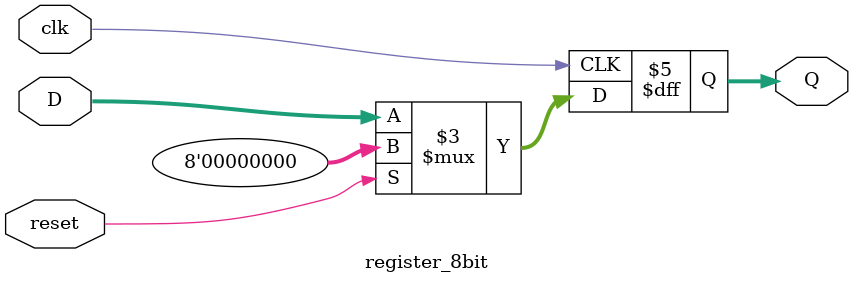
<source format=v>
module register_8bit (
    input clk,
    input reset,
    input [7:0] D,
    output reg [7:0] Q
);

    always @(posedge clk) begin
        if (reset)
            Q <= 8'b00000000;  
        else
            Q <= D;           
    end

endmodule

</source>
